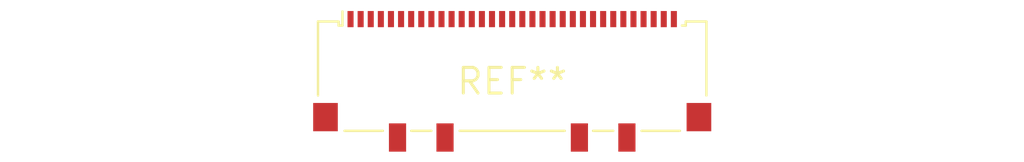
<source format=kicad_pcb>
(kicad_pcb (version 20240108) (generator pcbnew)
  (layers (0 "F.Cu" signal) (31 "B.Cu" signal) (34 "B.Paste" user) (35 "F.Paste" user) (36 "B.SilkS" user "B.Silkscreen") (37 "F.SilkS" user "F.Silkscreen") (38 "B.Mask" user) (39 "F.Mask" user) (44 "Edge.Cuts" user))
  (net 0 "")
  (footprint "Molex_502244-3330_1x33-1MP_P0.5mm_Horizontal" (layer "F.Cu") (at 0 0)
    (property "Reference" "REF**")
    (property "Value" "Molex_502244-3330_1x33-1MP_P0.5mm_Horizontal")
    (fp_line (start -9.61 -2.96) (end -8.6 -2.96) (layer "F.SilkS") (stroke (width 0.12)))
    (fp_line (start -9.61 0.7) (end -9.61 -2.96) (layer "F.SilkS") (stroke (width 0.12)))
    (fp_line (start -8.59 -2.76) (end -8.59 -2.96) (layer "F.SilkS") (stroke (width 0.12)))
    (fp_line (start -8.59 -2.76) (end -8.4 -2.76) (layer "F.SilkS") (stroke (width 0.12)))
    (fp_line (start -8.4 -2.76) (end -8.4 -3.46) (layer "F.SilkS") (stroke (width 0.12)))
    (fp_line (start -8.3 2.45) (end -6.4 2.45) (layer "F.SilkS") (stroke (width 0.12)))
    (fp_line (start -4 2.45) (end -5 2.45) (layer "F.SilkS") (stroke (width 0.12)))
    (fp_line (start -2.6 2.45) (end 2.6 2.45) (layer "F.SilkS") (stroke (width 0.12)))
    (fp_line (start 4 2.45) (end 5 2.45) (layer "F.SilkS") (stroke (width 0.12)))
    (fp_line (start 6.4 2.45) (end 8.3 2.45) (layer "F.SilkS") (stroke (width 0.12)))
    (fp_line (start 8.59 -2.96) (end 8.59 -2.76) (layer "F.SilkS") (stroke (width 0.12)))
    (fp_line (start 8.59 -2.76) (end 8.4 -2.76) (layer "F.SilkS") (stroke (width 0.12)))
    (fp_line (start 8.6 -2.96) (end 9.61 -2.96) (layer "F.SilkS") (stroke (width 0.12)))
    (fp_line (start 9.61 -2.96) (end 9.61 0.7) (layer "F.SilkS") (stroke (width 0.12)))
    (pad "1" smd rect (at -8 -3.08) (size 0.3 0.8) (layers "F.Cu" "F.Paste" "F.Mask"))
    (pad "2" smd rect (at -7.5 -3.08) (size 0.3 0.8) (layers "F.Cu" "F.Paste" "F.Mask"))
    (pad "3" smd rect (at -7 -3.08) (size 0.3 0.8) (layers "F.Cu" "F.Paste" "F.Mask"))
    (pad "4" smd rect (at -6.5 -3.08) (size 0.3 0.8) (layers "F.Cu" "F.Paste" "F.Mask"))
    (pad "5" smd rect (at -6 -3.08) (size 0.3 0.8) (layers "F.Cu" "F.Paste" "F.Mask"))
    (pad "6" smd rect (at -5.5 -3.08) (size 0.3 0.8) (layers "F.Cu" "F.Paste" "F.Mask"))
    (pad "7" smd rect (at -5 -3.08) (size 0.3 0.8) (layers "F.Cu" "F.Paste" "F.Mask"))
    (pad "8" smd rect (at -4.5 -3.08) (size 0.3 0.8) (layers "F.Cu" "F.Paste" "F.Mask"))
    (pad "9" smd rect (at -4 -3.08) (size 0.3 0.8) (layers "F.Cu" "F.Paste" "F.Mask"))
    (pad "10" smd rect (at -3.5 -3.08) (size 0.3 0.8) (layers "F.Cu" "F.Paste" "F.Mask"))
    (pad "11" smd rect (at -3 -3.08) (size 0.3 0.8) (layers "F.Cu" "F.Paste" "F.Mask"))
    (pad "12" smd rect (at -2.5 -3.08) (size 0.3 0.8) (layers "F.Cu" "F.Paste" "F.Mask"))
    (pad "13" smd rect (at -2 -3.08) (size 0.3 0.8) (layers "F.Cu" "F.Paste" "F.Mask"))
    (pad "14" smd rect (at -1.5 -3.08) (size 0.3 0.8) (layers "F.Cu" "F.Paste" "F.Mask"))
    (pad "15" smd rect (at -1 -3.08) (size 0.3 0.8) (layers "F.Cu" "F.Paste" "F.Mask"))
    (pad "16" smd rect (at -0.5 -3.08) (size 0.3 0.8) (layers "F.Cu" "F.Paste" "F.Mask"))
    (pad "17" smd rect (at 0 -3.08) (size 0.3 0.8) (layers "F.Cu" "F.Paste" "F.Mask"))
    (pad "18" smd rect (at 0.5 -3.08) (size 0.3 0.8) (layers "F.Cu" "F.Paste" "F.Mask"))
    (pad "19" smd rect (at 1 -3.08) (size 0.3 0.8) (layers "F.Cu" "F.Paste" "F.Mask"))
    (pad "20" smd rect (at 1.5 -3.08) (size 0.3 0.8) (layers "F.Cu" "F.Paste" "F.Mask"))
    (pad "21" smd rect (at 2 -3.08) (size 0.3 0.8) (layers "F.Cu" "F.Paste" "F.Mask"))
    (pad "22" smd rect (at 2.5 -3.08) (size 0.3 0.8) (layers "F.Cu" "F.Paste" "F.Mask"))
    (pad "23" smd rect (at 3 -3.08) (size 0.3 0.8) (layers "F.Cu" "F.Paste" "F.Mask"))
    (pad "24" smd rect (at 3.5 -3.08) (size 0.3 0.8) (layers "F.Cu" "F.Paste" "F.Mask"))
    (pad "25" smd rect (at 4 -3.08) (size 0.3 0.8) (layers "F.Cu" "F.Paste" "F.Mask"))
    (pad "26" smd rect (at 4.5 -3.08) (size 0.3 0.8) (layers "F.Cu" "F.Paste" "F.Mask"))
    (pad "27" smd rect (at 5 -3.08) (size 0.3 0.8) (layers "F.Cu" "F.Paste" "F.Mask"))
    (pad "28" smd rect (at 5.5 -3.08) (size 0.3 0.8) (layers "F.Cu" "F.Paste" "F.Mask"))
    (pad "29" smd rect (at 6 -3.08) (size 0.3 0.8) (layers "F.Cu" "F.Paste" "F.Mask"))
    (pad "30" smd rect (at 6.5 -3.08) (size 0.3 0.8) (layers "F.Cu" "F.Paste" "F.Mask"))
    (pad "31" smd rect (at 7 -3.08) (size 0.3 0.8) (layers "F.Cu" "F.Paste" "F.Mask"))
    (pad "32" smd rect (at 7.5 -3.08) (size 0.3 0.8) (layers "F.Cu" "F.Paste" "F.Mask"))
    (pad "33" smd rect (at 8 -3.08) (size 0.3 0.8) (layers "F.Cu" "F.Paste" "F.Mask"))
    (pad "MP" smd rect (at -9.24 1.77) (size 1.22 1.4) (layers "F.Cu" "F.Paste" "F.Mask"))
    (pad "MP" smd rect (at -5.675 2.78) (size 0.85 1.4) (layers "F.Cu" "F.Paste" "F.Mask"))
    (pad "MP" smd rect (at -3.325 2.78) (size 0.85 1.4) (layers "F.Cu" "F.Paste" "F.Mask"))
    (pad "MP" smd rect (at 3.325 2.78) (size 0.85 1.4) (layers "F.Cu" "F.Paste" "F.Mask"))
    (pad "MP" smd rect (at 5.675 2.78) (size 0.85 1.4) (layers "F.Cu" "F.Paste" "F.Mask"))
    (pad "MP" smd rect (at 9.24 1.77) (size 1.22 1.4) (layers "F.Cu" "F.Paste" "F.Mask"))
  )
)
</source>
